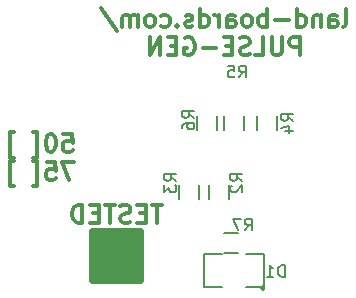
<source format=gbr>
G04 #@! TF.FileFunction,Legend,Bot*
%FSLAX46Y46*%
G04 Gerber Fmt 4.6, Leading zero omitted, Abs format (unit mm)*
G04 Created by KiCad (PCBNEW (after 2015-mar-04 BZR unknown)-product) date 9/5/2017 9:59:39 AM*
%MOMM*%
G01*
G04 APERTURE LIST*
%ADD10C,0.150000*%
%ADD11C,0.300000*%
%ADD12C,0.127000*%
%ADD13C,0.650000*%
%ADD14C,0.304800*%
G04 APERTURE END LIST*
D10*
D11*
X8928570Y-12878571D02*
X9642856Y-12878571D01*
X9714285Y-13592857D01*
X9642856Y-13521429D01*
X9499999Y-13450000D01*
X9142856Y-13450000D01*
X8999999Y-13521429D01*
X8928570Y-13592857D01*
X8857142Y-13735714D01*
X8857142Y-14092857D01*
X8928570Y-14235714D01*
X8999999Y-14307143D01*
X9142856Y-14378571D01*
X9499999Y-14378571D01*
X9642856Y-14307143D01*
X9714285Y-14235714D01*
X7928571Y-12878571D02*
X7785714Y-12878571D01*
X7642857Y-12950000D01*
X7571428Y-13021429D01*
X7499999Y-13164286D01*
X7428571Y-13450000D01*
X7428571Y-13807143D01*
X7499999Y-14092857D01*
X7571428Y-14235714D01*
X7642857Y-14307143D01*
X7785714Y-14378571D01*
X7928571Y-14378571D01*
X8071428Y-14307143D01*
X8142857Y-14235714D01*
X8214285Y-14092857D01*
X8285714Y-13807143D01*
X8285714Y-13450000D01*
X8214285Y-13164286D01*
X8142857Y-13021429D01*
X8071428Y-12950000D01*
X7928571Y-12878571D01*
X6357143Y-14878571D02*
X6714286Y-14878571D01*
X6714286Y-12735714D01*
X6357143Y-12735714D01*
X4785714Y-14878571D02*
X4428571Y-14878571D01*
X4428571Y-12735714D01*
X4785714Y-12735714D01*
X9785713Y-15278571D02*
X8785713Y-15278571D01*
X9428570Y-16778571D01*
X7499999Y-15278571D02*
X8214285Y-15278571D01*
X8285714Y-15992857D01*
X8214285Y-15921429D01*
X8071428Y-15850000D01*
X7714285Y-15850000D01*
X7571428Y-15921429D01*
X7499999Y-15992857D01*
X7428571Y-16135714D01*
X7428571Y-16492857D01*
X7499999Y-16635714D01*
X7571428Y-16707143D01*
X7714285Y-16778571D01*
X8071428Y-16778571D01*
X8214285Y-16707143D01*
X8285714Y-16635714D01*
X6357143Y-17278571D02*
X6714286Y-17278571D01*
X6714286Y-15135714D01*
X6357143Y-15135714D01*
X4785714Y-17278571D02*
X4428571Y-17278571D01*
X4428571Y-15135714D01*
X4785714Y-15135714D01*
X32641714Y-3796571D02*
X32784572Y-3725143D01*
X32856000Y-3582286D01*
X32856000Y-2296571D01*
X31427429Y-3796571D02*
X31427429Y-3010857D01*
X31498858Y-2868000D01*
X31641715Y-2796571D01*
X31927429Y-2796571D01*
X32070286Y-2868000D01*
X31427429Y-3725143D02*
X31570286Y-3796571D01*
X31927429Y-3796571D01*
X32070286Y-3725143D01*
X32141715Y-3582286D01*
X32141715Y-3439429D01*
X32070286Y-3296571D01*
X31927429Y-3225143D01*
X31570286Y-3225143D01*
X31427429Y-3153714D01*
X30713143Y-2796571D02*
X30713143Y-3796571D01*
X30713143Y-2939429D02*
X30641715Y-2868000D01*
X30498857Y-2796571D01*
X30284572Y-2796571D01*
X30141715Y-2868000D01*
X30070286Y-3010857D01*
X30070286Y-3796571D01*
X28713143Y-3796571D02*
X28713143Y-2296571D01*
X28713143Y-3725143D02*
X28856000Y-3796571D01*
X29141714Y-3796571D01*
X29284572Y-3725143D01*
X29356000Y-3653714D01*
X29427429Y-3510857D01*
X29427429Y-3082286D01*
X29356000Y-2939429D01*
X29284572Y-2868000D01*
X29141714Y-2796571D01*
X28856000Y-2796571D01*
X28713143Y-2868000D01*
X27998857Y-3225143D02*
X26856000Y-3225143D01*
X26141714Y-3796571D02*
X26141714Y-2296571D01*
X26141714Y-2868000D02*
X25998857Y-2796571D01*
X25713143Y-2796571D01*
X25570286Y-2868000D01*
X25498857Y-2939429D01*
X25427428Y-3082286D01*
X25427428Y-3510857D01*
X25498857Y-3653714D01*
X25570286Y-3725143D01*
X25713143Y-3796571D01*
X25998857Y-3796571D01*
X26141714Y-3725143D01*
X24570285Y-3796571D02*
X24713143Y-3725143D01*
X24784571Y-3653714D01*
X24856000Y-3510857D01*
X24856000Y-3082286D01*
X24784571Y-2939429D01*
X24713143Y-2868000D01*
X24570285Y-2796571D01*
X24356000Y-2796571D01*
X24213143Y-2868000D01*
X24141714Y-2939429D01*
X24070285Y-3082286D01*
X24070285Y-3510857D01*
X24141714Y-3653714D01*
X24213143Y-3725143D01*
X24356000Y-3796571D01*
X24570285Y-3796571D01*
X22784571Y-3796571D02*
X22784571Y-3010857D01*
X22856000Y-2868000D01*
X22998857Y-2796571D01*
X23284571Y-2796571D01*
X23427428Y-2868000D01*
X22784571Y-3725143D02*
X22927428Y-3796571D01*
X23284571Y-3796571D01*
X23427428Y-3725143D01*
X23498857Y-3582286D01*
X23498857Y-3439429D01*
X23427428Y-3296571D01*
X23284571Y-3225143D01*
X22927428Y-3225143D01*
X22784571Y-3153714D01*
X22070285Y-3796571D02*
X22070285Y-2796571D01*
X22070285Y-3082286D02*
X21998857Y-2939429D01*
X21927428Y-2868000D01*
X21784571Y-2796571D01*
X21641714Y-2796571D01*
X20498857Y-3796571D02*
X20498857Y-2296571D01*
X20498857Y-3725143D02*
X20641714Y-3796571D01*
X20927428Y-3796571D01*
X21070286Y-3725143D01*
X21141714Y-3653714D01*
X21213143Y-3510857D01*
X21213143Y-3082286D01*
X21141714Y-2939429D01*
X21070286Y-2868000D01*
X20927428Y-2796571D01*
X20641714Y-2796571D01*
X20498857Y-2868000D01*
X19856000Y-3725143D02*
X19713143Y-3796571D01*
X19427428Y-3796571D01*
X19284571Y-3725143D01*
X19213143Y-3582286D01*
X19213143Y-3510857D01*
X19284571Y-3368000D01*
X19427428Y-3296571D01*
X19641714Y-3296571D01*
X19784571Y-3225143D01*
X19856000Y-3082286D01*
X19856000Y-3010857D01*
X19784571Y-2868000D01*
X19641714Y-2796571D01*
X19427428Y-2796571D01*
X19284571Y-2868000D01*
X18570285Y-3653714D02*
X18498857Y-3725143D01*
X18570285Y-3796571D01*
X18641714Y-3725143D01*
X18570285Y-3653714D01*
X18570285Y-3796571D01*
X17213142Y-3725143D02*
X17355999Y-3796571D01*
X17641713Y-3796571D01*
X17784571Y-3725143D01*
X17855999Y-3653714D01*
X17927428Y-3510857D01*
X17927428Y-3082286D01*
X17855999Y-2939429D01*
X17784571Y-2868000D01*
X17641713Y-2796571D01*
X17355999Y-2796571D01*
X17213142Y-2868000D01*
X16355999Y-3796571D02*
X16498857Y-3725143D01*
X16570285Y-3653714D01*
X16641714Y-3510857D01*
X16641714Y-3082286D01*
X16570285Y-2939429D01*
X16498857Y-2868000D01*
X16355999Y-2796571D01*
X16141714Y-2796571D01*
X15998857Y-2868000D01*
X15927428Y-2939429D01*
X15855999Y-3082286D01*
X15855999Y-3510857D01*
X15927428Y-3653714D01*
X15998857Y-3725143D01*
X16141714Y-3796571D01*
X16355999Y-3796571D01*
X15213142Y-3796571D02*
X15213142Y-2796571D01*
X15213142Y-2939429D02*
X15141714Y-2868000D01*
X14998856Y-2796571D01*
X14784571Y-2796571D01*
X14641714Y-2868000D01*
X14570285Y-3010857D01*
X14570285Y-3796571D01*
X14570285Y-3010857D02*
X14498856Y-2868000D01*
X14355999Y-2796571D01*
X14141714Y-2796571D01*
X13998856Y-2868000D01*
X13927428Y-3010857D01*
X13927428Y-3796571D01*
X12141714Y-2225143D02*
X13427428Y-4153714D01*
X28927429Y-6196571D02*
X28927429Y-4696571D01*
X28356001Y-4696571D01*
X28213143Y-4768000D01*
X28141715Y-4839429D01*
X28070286Y-4982286D01*
X28070286Y-5196571D01*
X28141715Y-5339429D01*
X28213143Y-5410857D01*
X28356001Y-5482286D01*
X28927429Y-5482286D01*
X27427429Y-4696571D02*
X27427429Y-5910857D01*
X27356001Y-6053714D01*
X27284572Y-6125143D01*
X27141715Y-6196571D01*
X26856001Y-6196571D01*
X26713143Y-6125143D01*
X26641715Y-6053714D01*
X26570286Y-5910857D01*
X26570286Y-4696571D01*
X25141714Y-6196571D02*
X25856000Y-6196571D01*
X25856000Y-4696571D01*
X24713143Y-6125143D02*
X24498857Y-6196571D01*
X24141714Y-6196571D01*
X23998857Y-6125143D01*
X23927428Y-6053714D01*
X23856000Y-5910857D01*
X23856000Y-5768000D01*
X23927428Y-5625143D01*
X23998857Y-5553714D01*
X24141714Y-5482286D01*
X24427428Y-5410857D01*
X24570286Y-5339429D01*
X24641714Y-5268000D01*
X24713143Y-5125143D01*
X24713143Y-4982286D01*
X24641714Y-4839429D01*
X24570286Y-4768000D01*
X24427428Y-4696571D01*
X24070286Y-4696571D01*
X23856000Y-4768000D01*
X23213143Y-5410857D02*
X22713143Y-5410857D01*
X22498857Y-6196571D02*
X23213143Y-6196571D01*
X23213143Y-4696571D01*
X22498857Y-4696571D01*
X21856000Y-5625143D02*
X20713143Y-5625143D01*
X19213143Y-4768000D02*
X19356000Y-4696571D01*
X19570286Y-4696571D01*
X19784571Y-4768000D01*
X19927429Y-4910857D01*
X19998857Y-5053714D01*
X20070286Y-5339429D01*
X20070286Y-5553714D01*
X19998857Y-5839429D01*
X19927429Y-5982286D01*
X19784571Y-6125143D01*
X19570286Y-6196571D01*
X19427429Y-6196571D01*
X19213143Y-6125143D01*
X19141714Y-6053714D01*
X19141714Y-5553714D01*
X19427429Y-5553714D01*
X18498857Y-5410857D02*
X17998857Y-5410857D01*
X17784571Y-6196571D02*
X18498857Y-6196571D01*
X18498857Y-4696571D01*
X17784571Y-4696571D01*
X17141714Y-6196571D02*
X17141714Y-4696571D01*
X16284571Y-6196571D01*
X16284571Y-4696571D01*
D12*
X25960605Y-25908000D02*
G75*
G03X25960605Y-25908000I-179605J0D01*
G01*
X24384000Y-22987000D02*
X25908000Y-22987000D01*
X25908000Y-22987000D02*
X25908000Y-25781000D01*
X25908000Y-25781000D02*
X24384000Y-25781000D01*
X22352000Y-25781000D02*
X20828000Y-25781000D01*
X20828000Y-25781000D02*
X20828000Y-22987000D01*
X20828000Y-22987000D02*
X22352000Y-22987000D01*
D13*
X11400000Y-21200000D02*
X15400000Y-21200000D01*
X15400000Y-21200000D02*
X15400000Y-25200000D01*
X15400000Y-25200000D02*
X11400000Y-25200000D01*
X11400000Y-25200000D02*
X11400000Y-21200000D01*
X11400000Y-21200000D02*
X11400000Y-21700000D01*
X11400000Y-21700000D02*
X15400000Y-21700000D01*
X15400000Y-21700000D02*
X15400000Y-22200000D01*
X15400000Y-22200000D02*
X11400000Y-22200000D01*
X11400000Y-22200000D02*
X11400000Y-22700000D01*
X11400000Y-22700000D02*
X15400000Y-22700000D01*
X15400000Y-22700000D02*
X15400000Y-23200000D01*
X15400000Y-23200000D02*
X11400000Y-23200000D01*
X11400000Y-23200000D02*
X11400000Y-23700000D01*
X11400000Y-23700000D02*
X14900000Y-23700000D01*
X14900000Y-23700000D02*
X15400000Y-23700000D01*
X15400000Y-23700000D02*
X15400000Y-24200000D01*
X15400000Y-24200000D02*
X11400000Y-24200000D01*
X11400000Y-24200000D02*
X11400000Y-24700000D01*
X11400000Y-24700000D02*
X15400000Y-24700000D01*
D10*
X21223000Y-17180000D02*
X21223000Y-18380000D01*
X22973000Y-18380000D02*
X22973000Y-17180000D01*
X18683000Y-17180000D02*
X18683000Y-18380000D01*
X20433000Y-18380000D02*
X20433000Y-17180000D01*
X27037000Y-12538000D02*
X27037000Y-11338000D01*
X25287000Y-11338000D02*
X25287000Y-12538000D01*
X24243000Y-12538000D02*
X24243000Y-11338000D01*
X22493000Y-11338000D02*
X22493000Y-12538000D01*
X21957000Y-12538000D02*
X21957000Y-11338000D01*
X20207000Y-11338000D02*
X20207000Y-12538000D01*
X23714000Y-21223000D02*
X22514000Y-21223000D01*
X22514000Y-22973000D02*
X23714000Y-22973000D01*
X27662095Y-24963381D02*
X27662095Y-23963381D01*
X27424000Y-23963381D01*
X27281142Y-24011000D01*
X27185904Y-24106238D01*
X27138285Y-24201476D01*
X27090666Y-24391952D01*
X27090666Y-24534810D01*
X27138285Y-24725286D01*
X27185904Y-24820524D01*
X27281142Y-24915762D01*
X27424000Y-24963381D01*
X27662095Y-24963381D01*
X26138285Y-24963381D02*
X26709714Y-24963381D01*
X26424000Y-24963381D02*
X26424000Y-23963381D01*
X26519238Y-24106238D01*
X26614476Y-24201476D01*
X26709714Y-24249095D01*
D14*
X17282571Y-18865429D02*
X16411714Y-18865429D01*
X16847143Y-20389429D02*
X16847143Y-18865429D01*
X15903714Y-19591143D02*
X15395714Y-19591143D01*
X15178000Y-20389429D02*
X15903714Y-20389429D01*
X15903714Y-18865429D01*
X15178000Y-18865429D01*
X14597428Y-20316857D02*
X14379714Y-20389429D01*
X14016857Y-20389429D01*
X13871714Y-20316857D01*
X13799143Y-20244286D01*
X13726571Y-20099143D01*
X13726571Y-19954000D01*
X13799143Y-19808857D01*
X13871714Y-19736286D01*
X14016857Y-19663714D01*
X14307143Y-19591143D01*
X14452285Y-19518571D01*
X14524857Y-19446000D01*
X14597428Y-19300857D01*
X14597428Y-19155714D01*
X14524857Y-19010571D01*
X14452285Y-18938000D01*
X14307143Y-18865429D01*
X13944285Y-18865429D01*
X13726571Y-18938000D01*
X13291142Y-18865429D02*
X12420285Y-18865429D01*
X12855714Y-20389429D02*
X12855714Y-18865429D01*
X11912285Y-19591143D02*
X11404285Y-19591143D01*
X11186571Y-20389429D02*
X11912285Y-20389429D01*
X11912285Y-18865429D01*
X11186571Y-18865429D01*
X10533428Y-20389429D02*
X10533428Y-18865429D01*
X10170571Y-18865429D01*
X9952856Y-18938000D01*
X9807714Y-19083143D01*
X9735142Y-19228286D01*
X9662571Y-19518571D01*
X9662571Y-19736286D01*
X9735142Y-20026571D01*
X9807714Y-20171714D01*
X9952856Y-20316857D01*
X10170571Y-20389429D01*
X10533428Y-20389429D01*
D10*
X24074381Y-16851334D02*
X23598190Y-16518000D01*
X24074381Y-16279905D02*
X23074381Y-16279905D01*
X23074381Y-16660858D01*
X23122000Y-16756096D01*
X23169619Y-16803715D01*
X23264857Y-16851334D01*
X23407714Y-16851334D01*
X23502952Y-16803715D01*
X23550571Y-16756096D01*
X23598190Y-16660858D01*
X23598190Y-16279905D01*
X23169619Y-17232286D02*
X23122000Y-17279905D01*
X23074381Y-17375143D01*
X23074381Y-17613239D01*
X23122000Y-17708477D01*
X23169619Y-17756096D01*
X23264857Y-17803715D01*
X23360095Y-17803715D01*
X23502952Y-17756096D01*
X24074381Y-17184667D01*
X24074381Y-17803715D01*
X18486381Y-16851334D02*
X18010190Y-16518000D01*
X18486381Y-16279905D02*
X17486381Y-16279905D01*
X17486381Y-16660858D01*
X17534000Y-16756096D01*
X17581619Y-16803715D01*
X17676857Y-16851334D01*
X17819714Y-16851334D01*
X17914952Y-16803715D01*
X17962571Y-16756096D01*
X18010190Y-16660858D01*
X18010190Y-16279905D01*
X17486381Y-17184667D02*
X17486381Y-17803715D01*
X17867333Y-17470381D01*
X17867333Y-17613239D01*
X17914952Y-17708477D01*
X17962571Y-17756096D01*
X18057810Y-17803715D01*
X18295905Y-17803715D01*
X18391143Y-17756096D01*
X18438762Y-17708477D01*
X18486381Y-17613239D01*
X18486381Y-17327524D01*
X18438762Y-17232286D01*
X18391143Y-17184667D01*
X28392381Y-11771334D02*
X27916190Y-11438000D01*
X28392381Y-11199905D02*
X27392381Y-11199905D01*
X27392381Y-11580858D01*
X27440000Y-11676096D01*
X27487619Y-11723715D01*
X27582857Y-11771334D01*
X27725714Y-11771334D01*
X27820952Y-11723715D01*
X27868571Y-11676096D01*
X27916190Y-11580858D01*
X27916190Y-11199905D01*
X27725714Y-12628477D02*
X28392381Y-12628477D01*
X27344762Y-12390381D02*
X28059048Y-12152286D01*
X28059048Y-12771334D01*
X23788666Y-8072381D02*
X24122000Y-7596190D01*
X24360095Y-8072381D02*
X24360095Y-7072381D01*
X23979142Y-7072381D01*
X23883904Y-7120000D01*
X23836285Y-7167619D01*
X23788666Y-7262857D01*
X23788666Y-7405714D01*
X23836285Y-7500952D01*
X23883904Y-7548571D01*
X23979142Y-7596190D01*
X24360095Y-7596190D01*
X22883904Y-7072381D02*
X23360095Y-7072381D01*
X23407714Y-7548571D01*
X23360095Y-7500952D01*
X23264857Y-7453333D01*
X23026761Y-7453333D01*
X22931523Y-7500952D01*
X22883904Y-7548571D01*
X22836285Y-7643810D01*
X22836285Y-7881905D01*
X22883904Y-7977143D01*
X22931523Y-8024762D01*
X23026761Y-8072381D01*
X23264857Y-8072381D01*
X23360095Y-8024762D01*
X23407714Y-7977143D01*
X20010381Y-11517334D02*
X19534190Y-11184000D01*
X20010381Y-10945905D02*
X19010381Y-10945905D01*
X19010381Y-11326858D01*
X19058000Y-11422096D01*
X19105619Y-11469715D01*
X19200857Y-11517334D01*
X19343714Y-11517334D01*
X19438952Y-11469715D01*
X19486571Y-11422096D01*
X19534190Y-11326858D01*
X19534190Y-10945905D01*
X19010381Y-12374477D02*
X19010381Y-12184000D01*
X19058000Y-12088762D01*
X19105619Y-12041143D01*
X19248476Y-11945905D01*
X19438952Y-11898286D01*
X19819905Y-11898286D01*
X19915143Y-11945905D01*
X19962762Y-11993524D01*
X20010381Y-12088762D01*
X20010381Y-12279239D01*
X19962762Y-12374477D01*
X19915143Y-12422096D01*
X19819905Y-12469715D01*
X19581810Y-12469715D01*
X19486571Y-12422096D01*
X19438952Y-12374477D01*
X19391333Y-12279239D01*
X19391333Y-12088762D01*
X19438952Y-11993524D01*
X19486571Y-11945905D01*
X19581810Y-11898286D01*
X24296666Y-21026381D02*
X24630000Y-20550190D01*
X24868095Y-21026381D02*
X24868095Y-20026381D01*
X24487142Y-20026381D01*
X24391904Y-20074000D01*
X24344285Y-20121619D01*
X24296666Y-20216857D01*
X24296666Y-20359714D01*
X24344285Y-20454952D01*
X24391904Y-20502571D01*
X24487142Y-20550190D01*
X24868095Y-20550190D01*
X23963333Y-20026381D02*
X23296666Y-20026381D01*
X23725238Y-21026381D01*
M02*

</source>
